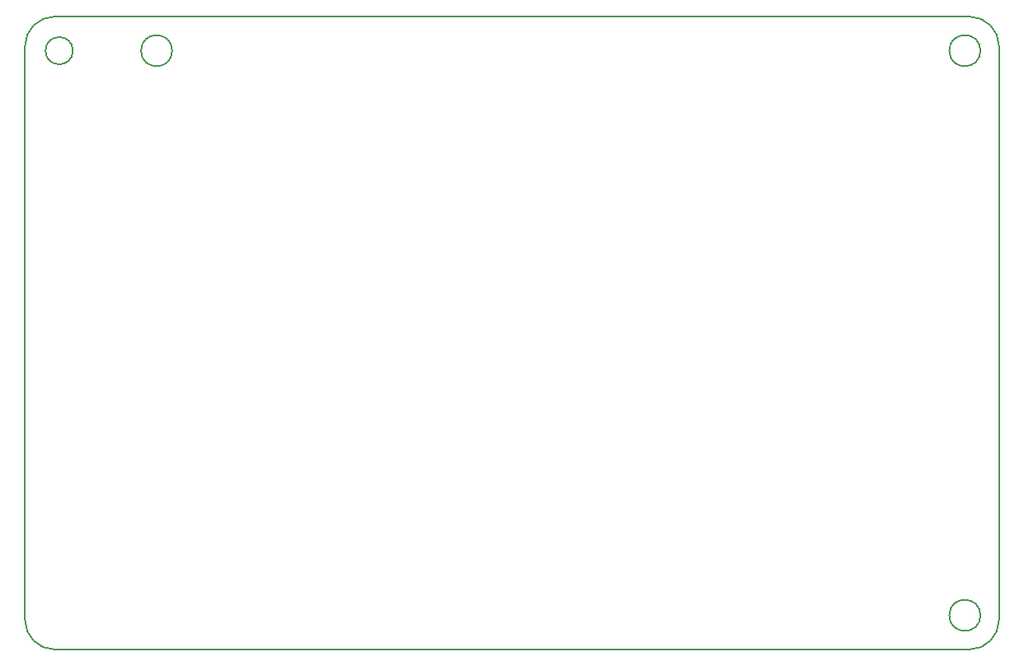
<source format=gbr>
%TF.GenerationSoftware,KiCad,Pcbnew,7.0.7*%
%TF.CreationDate,2024-05-12T12:23:43+02:00*%
%TF.ProjectId,Astroplant_AL,41737472-6f70-46c6-916e-745f414c2e6b,rev?*%
%TF.SameCoordinates,Original*%
%TF.FileFunction,Profile,NP*%
%FSLAX46Y46*%
G04 Gerber Fmt 4.6, Leading zero omitted, Abs format (unit mm)*
G04 Created by KiCad (PCBNEW 7.0.7) date 2024-05-12 12:23:43*
%MOMM*%
%LPD*%
G01*
G04 APERTURE LIST*
%TA.AperFunction,Profile*%
%ADD10C,0.150000*%
%TD*%
G04 APERTURE END LIST*
D10*
X64290000Y-127680000D02*
G75*
G03*
X67290000Y-130680000I3000000J0D01*
G01*
X67290000Y-65680000D02*
G75*
G03*
X64290000Y-68680000I0J-3000000D01*
G01*
X79390000Y-69180000D02*
G75*
G03*
X79390000Y-69180000I-1600000J0D01*
G01*
X161290000Y-65680000D02*
X67290000Y-65680000D01*
X67290000Y-130680000D02*
X161290000Y-130680000D01*
X162390000Y-127180000D02*
G75*
G03*
X162390000Y-127180000I-1600000J0D01*
G01*
X69190000Y-69180000D02*
G75*
G03*
X69190000Y-69180000I-1400000J0D01*
G01*
X164290000Y-127680000D02*
X164290000Y-68680000D01*
X162390000Y-69180000D02*
G75*
G03*
X162390000Y-69180000I-1600000J0D01*
G01*
X164290000Y-68680000D02*
G75*
G03*
X161290000Y-65680000I-3000000J0D01*
G01*
X64290000Y-68680000D02*
X64290000Y-127680000D01*
X161290000Y-130680000D02*
G75*
G03*
X164290000Y-127680000I0J3000000D01*
G01*
M02*

</source>
